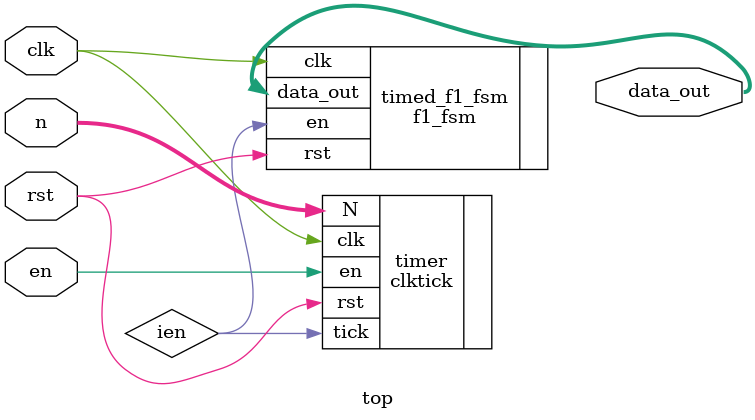
<source format=sv>
module top(
    input logic[15:0] n,
    input logic clk,
    input logic en,
    input logic rst,
    output logic [7:0] data_out
);

logic ien;

clktick timer(
    .clk(clk),
    .rst(rst),
    .en(en),
    .N(n),
    .tick(ien)
);

f1_fsm timed_f1_fsm(
    .clk(clk),
    .en(ien),
    .rst(rst),
    .data_out(data_out)
);

endmodule

</source>
